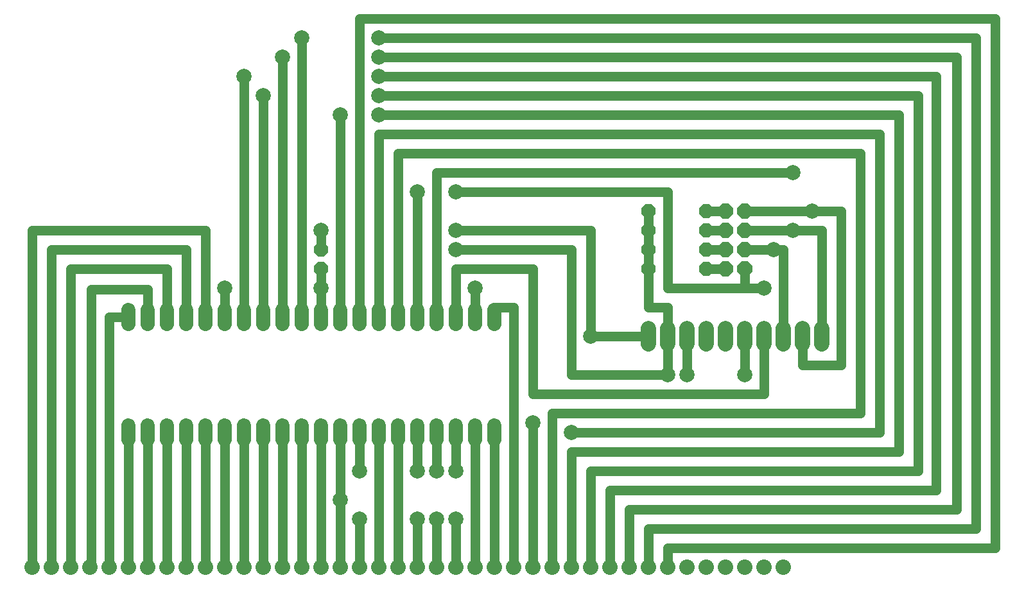
<source format=gbr>
G04 EAGLE Gerber RS-274X export*
G75*
%MOMM*%
%FSLAX34Y34*%
%LPD*%
%INBottom Copper*%
%IPPOS*%
%AMOC8*
5,1,8,0,0,1.08239X$1,22.5*%
G01*
%ADD10C,1.828800*%
%ADD11C,2.032000*%
%ADD12C,2.032000*%
%ADD13P,1.979475X8X112.500000*%
%ADD14P,1.979475X8X22.500000*%
%ADD15P,2.199416X8X112.500000*%
%ADD16C,1.270000*%
%ADD17C,2.000000*%


D10*
X177800Y-638556D02*
X177800Y-656844D01*
X203200Y-656844D02*
X203200Y-638556D01*
X330200Y-638556D02*
X330200Y-656844D01*
X355600Y-656844D02*
X355600Y-638556D01*
X228600Y-638556D02*
X228600Y-656844D01*
X254000Y-656844D02*
X254000Y-638556D01*
X304800Y-638556D02*
X304800Y-656844D01*
X279400Y-656844D02*
X279400Y-638556D01*
X381000Y-638556D02*
X381000Y-656844D01*
X406400Y-656844D02*
X406400Y-638556D01*
X431800Y-638556D02*
X431800Y-656844D01*
X457200Y-656844D02*
X457200Y-638556D01*
X482600Y-638556D02*
X482600Y-656844D01*
X508000Y-656844D02*
X508000Y-638556D01*
X533400Y-638556D02*
X533400Y-656844D01*
X558800Y-656844D02*
X558800Y-638556D01*
X584200Y-638556D02*
X584200Y-656844D01*
X609600Y-656844D02*
X609600Y-638556D01*
X635000Y-638556D02*
X635000Y-656844D01*
X660400Y-656844D02*
X660400Y-638556D01*
X660400Y-790956D02*
X660400Y-809244D01*
X635000Y-809244D02*
X635000Y-790956D01*
X609600Y-790956D02*
X609600Y-809244D01*
X584200Y-809244D02*
X584200Y-790956D01*
X558800Y-790956D02*
X558800Y-809244D01*
X533400Y-809244D02*
X533400Y-790956D01*
X508000Y-790956D02*
X508000Y-809244D01*
X482600Y-809244D02*
X482600Y-790956D01*
X457200Y-790956D02*
X457200Y-809244D01*
X431800Y-809244D02*
X431800Y-790956D01*
X406400Y-790956D02*
X406400Y-809244D01*
X381000Y-809244D02*
X381000Y-790956D01*
X355600Y-790956D02*
X355600Y-809244D01*
X330200Y-809244D02*
X330200Y-790956D01*
X304800Y-790956D02*
X304800Y-809244D01*
X279400Y-809244D02*
X279400Y-790956D01*
X254000Y-790956D02*
X254000Y-809244D01*
X228600Y-809244D02*
X228600Y-790956D01*
X203200Y-790956D02*
X203200Y-809244D01*
X177800Y-809244D02*
X177800Y-790956D01*
D11*
X50800Y-977900D03*
X76200Y-977900D03*
X101600Y-977900D03*
X127000Y-977900D03*
X152400Y-977900D03*
X177800Y-977900D03*
X203200Y-977900D03*
X228600Y-977900D03*
X254000Y-977900D03*
X279400Y-977900D03*
X304800Y-977900D03*
X330200Y-977900D03*
X355600Y-977900D03*
X381000Y-977900D03*
X406400Y-977900D03*
X431800Y-977900D03*
X457200Y-977900D03*
X482600Y-977900D03*
X508000Y-977900D03*
X533400Y-977900D03*
X558800Y-977900D03*
X584200Y-977900D03*
X609600Y-977900D03*
X635000Y-977900D03*
X660400Y-977900D03*
X685800Y-977900D03*
X711200Y-977900D03*
X736600Y-977900D03*
X762000Y-977900D03*
X787400Y-977900D03*
X812800Y-977900D03*
X838200Y-977900D03*
X863600Y-977900D03*
X889000Y-977900D03*
X914400Y-977900D03*
X939800Y-977900D03*
X965200Y-977900D03*
X990600Y-977900D03*
X1016000Y-977900D03*
X1041400Y-977900D03*
D12*
X863600Y-683260D02*
X863600Y-662940D01*
X889000Y-662940D02*
X889000Y-683260D01*
X914400Y-683260D02*
X914400Y-662940D01*
X939800Y-662940D02*
X939800Y-683260D01*
X965200Y-683260D02*
X965200Y-662940D01*
X990600Y-662940D02*
X990600Y-683260D01*
X1016000Y-683260D02*
X1016000Y-662940D01*
X1041400Y-662940D02*
X1041400Y-683260D01*
X1066800Y-683260D02*
X1066800Y-662940D01*
X1092200Y-662940D02*
X1092200Y-683260D01*
D13*
X431800Y-584200D03*
X431800Y-558800D03*
D14*
X863600Y-584200D03*
X939800Y-584200D03*
X863600Y-558800D03*
X939800Y-558800D03*
X863600Y-533400D03*
X939800Y-533400D03*
X863600Y-508000D03*
X939800Y-508000D03*
D15*
X965200Y-584200D03*
X990600Y-584200D03*
X965200Y-558800D03*
X990600Y-558800D03*
X965200Y-533400D03*
X990600Y-533400D03*
X965200Y-508000D03*
X990600Y-508000D03*
D16*
X203200Y-611124D02*
X203200Y-647700D01*
X203200Y-611124D02*
X128524Y-611124D01*
X128524Y-976376D02*
X127000Y-977900D01*
X128524Y-976376D02*
X128524Y-611124D01*
X50800Y-533400D02*
X279400Y-533400D01*
X279400Y-647700D01*
X50800Y-533400D02*
X50800Y-977900D01*
X254000Y-647700D02*
X254000Y-558800D01*
X76200Y-558800D01*
X76200Y-977900D01*
X228600Y-647700D02*
X228600Y-584200D01*
X101600Y-584200D01*
X101600Y-977900D01*
X177800Y-977900D02*
X177800Y-800100D01*
X203200Y-800100D02*
X203200Y-977900D01*
X228600Y-977900D02*
X228600Y-800100D01*
X254000Y-800100D02*
X254000Y-977900D01*
X279400Y-977900D02*
X279400Y-800100D01*
X304800Y-800100D02*
X304800Y-977900D01*
X330200Y-977900D02*
X330200Y-800100D01*
X355600Y-800100D02*
X355600Y-977900D01*
X381000Y-977900D02*
X381000Y-800100D01*
X406400Y-800100D02*
X406400Y-977900D01*
X431800Y-977900D02*
X431800Y-800100D01*
X177800Y-647700D02*
X152400Y-647700D01*
X152400Y-977900D01*
X533400Y-977900D02*
X533400Y-800100D01*
X304800Y-647700D02*
X304800Y-609600D01*
D17*
X558800Y-914400D03*
D16*
X558800Y-977900D01*
D17*
X304800Y-609600D03*
X584200Y-914400D03*
D16*
X584200Y-977900D01*
D17*
X558800Y-482600D03*
D16*
X558800Y-647700D01*
D17*
X609600Y-482600D03*
D16*
X889000Y-482600D01*
X889000Y-609600D01*
X990600Y-609600D01*
X990600Y-584200D01*
D17*
X1016000Y-609600D03*
D16*
X990600Y-609600D01*
D17*
X609600Y-914400D03*
D16*
X609600Y-977900D01*
D17*
X635000Y-609600D03*
D16*
X635000Y-647700D01*
X635000Y-800100D02*
X635000Y-977900D01*
X660400Y-977900D02*
X660400Y-800100D01*
X685800Y-635000D02*
X685800Y-977900D01*
X685800Y-635000D02*
X660400Y-635000D01*
X660400Y-647700D01*
D17*
X762000Y-800100D03*
X711200Y-787400D03*
D16*
X711200Y-977900D01*
X508000Y-406400D02*
X1168400Y-406400D01*
X508000Y-406400D02*
X508000Y-647700D01*
X762000Y-800100D02*
X1168400Y-800100D01*
X1168400Y-406400D01*
X533400Y-431800D02*
X533400Y-647700D01*
X533400Y-431800D02*
X1143000Y-431800D01*
X1143000Y-774700D01*
X736600Y-774700D02*
X736600Y-977900D01*
X736600Y-774700D02*
X1143000Y-774700D01*
D17*
X508000Y-381000D03*
X457200Y-381000D03*
D16*
X457200Y-647700D01*
X762000Y-825500D02*
X762000Y-977900D01*
X508000Y-381000D02*
X1193800Y-381000D01*
X1193800Y-825500D02*
X762000Y-825500D01*
X1193800Y-825500D02*
X1193800Y-381000D01*
D17*
X508000Y-355600D03*
X355600Y-355600D03*
D16*
X355600Y-647700D01*
X787400Y-850900D02*
X787400Y-977900D01*
X787400Y-850900D02*
X1219200Y-850900D01*
X1219200Y-355600D01*
X508000Y-355600D01*
D17*
X508000Y-330200D03*
X330200Y-330200D03*
D16*
X330200Y-647700D01*
X812800Y-876300D02*
X812800Y-977900D01*
X1243076Y-876300D02*
X1243076Y-330200D01*
X508000Y-330200D01*
X812800Y-876300D02*
X1243076Y-876300D01*
D17*
X508000Y-304800D03*
X381000Y-304800D03*
D16*
X381000Y-647700D01*
X838200Y-901700D02*
X838200Y-977900D01*
X838200Y-901700D02*
X1270000Y-901700D01*
X1270000Y-304800D01*
X508000Y-304800D01*
D17*
X508000Y-279400D03*
X406400Y-279400D03*
D16*
X406400Y-647700D01*
X863600Y-927100D02*
X863600Y-977900D01*
X1295400Y-927100D02*
X1295400Y-279400D01*
X508000Y-279400D01*
X863600Y-927100D02*
X1295400Y-927100D01*
X1320800Y-952500D02*
X889000Y-952500D01*
X1320800Y-952500D02*
X1320800Y-254000D01*
X482600Y-254000D01*
X482600Y-647700D01*
X889000Y-952500D02*
X889000Y-977900D01*
X508000Y-977900D02*
X508000Y-800100D01*
X584200Y-647700D02*
X584200Y-457200D01*
D17*
X1054100Y-533400D03*
D16*
X990600Y-533400D01*
X1054100Y-533400D02*
X1092200Y-533400D01*
X1092200Y-673100D01*
D17*
X1054100Y-457200D03*
D16*
X584200Y-457200D01*
D17*
X584200Y-850900D03*
D16*
X584200Y-800100D01*
D17*
X1079500Y-508000D03*
D16*
X990600Y-508000D01*
X1079500Y-508000D02*
X1117600Y-508000D01*
X1117600Y-711200D01*
X1066800Y-711200D01*
X1066800Y-673100D01*
D17*
X558800Y-850900D03*
D16*
X558800Y-800100D01*
D17*
X1028700Y-558800D03*
D16*
X990600Y-558800D01*
X1041400Y-558800D02*
X1041400Y-673100D01*
X1041400Y-558800D02*
X1028700Y-558800D01*
X609600Y-584200D02*
X609600Y-647700D01*
X711200Y-584200D02*
X711200Y-749300D01*
X1016000Y-749300D01*
X1016000Y-673100D01*
X711200Y-584200D02*
X609600Y-584200D01*
D17*
X609600Y-850900D03*
D16*
X609600Y-800100D01*
D17*
X990600Y-723900D03*
D16*
X990600Y-673100D01*
D17*
X482600Y-850900D03*
D16*
X482600Y-800100D01*
D17*
X914400Y-723900D03*
D16*
X914400Y-673100D01*
D17*
X457200Y-889000D03*
D16*
X457200Y-800100D01*
D17*
X787400Y-673100D03*
D16*
X863600Y-673100D01*
X457200Y-889000D02*
X457200Y-977900D01*
D17*
X609600Y-533400D03*
D16*
X787400Y-533400D02*
X787400Y-673100D01*
X787400Y-533400D02*
X609600Y-533400D01*
D17*
X431800Y-533400D03*
D16*
X431800Y-558800D01*
D17*
X482600Y-914400D03*
X431800Y-609600D03*
D16*
X431800Y-647700D01*
D17*
X609600Y-558800D03*
D16*
X889000Y-635000D02*
X889000Y-673100D01*
X889000Y-635000D02*
X863600Y-635000D01*
X863600Y-584200D01*
X863600Y-558800D01*
X863600Y-533400D01*
X863600Y-508000D01*
X482600Y-914400D02*
X482600Y-977900D01*
X431800Y-609600D02*
X431800Y-584200D01*
D17*
X889000Y-723900D03*
D16*
X762000Y-558800D02*
X609600Y-558800D01*
X762000Y-558800D02*
X762000Y-723900D01*
X889000Y-723900D01*
X889000Y-673100D01*
X939800Y-584200D02*
X965200Y-584200D01*
X965200Y-558800D02*
X939800Y-558800D01*
X939800Y-533400D02*
X965200Y-533400D01*
X965200Y-508000D02*
X939800Y-508000D01*
M02*

</source>
